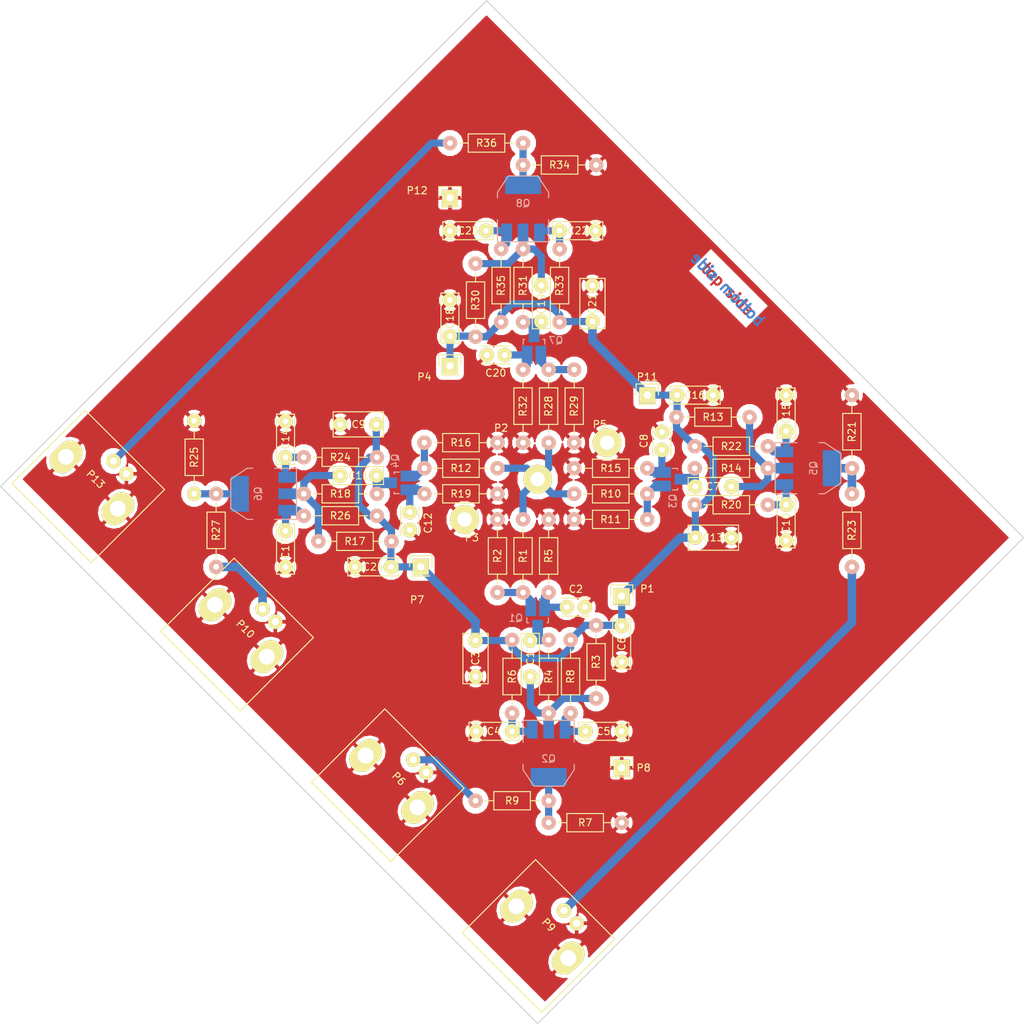
<source format=kicad_pcb>
(kicad_pcb (version 4) (host pcbnew 4.0.1-stable)
  (title_block (title "Zesilovac Papez-Roztocil") (date 2016-02-17) (rev A) (company CVUT))
  (layers (0 F.Cu signal) (31 B.Cu signal) (34 B.Paste user) (35 F.Paste user) (36 B.SilkS user) (37 F.SilkS user) (38 B.Mask user) (39 F.Mask user) (44 Edge.Cuts user))
  (net 0 "")
  (net 1 "Net-(P2-Pad1)")
  (net 2 "Net-(C1-Pad1)")
  (net 3 "Net-(C1-Pad2)")
  (net 4 "Net-(C2-Pad1)")
  (net 5 GND)
  (net 6 VCC)
  (net 7 "Net-(C4-Pad1)")
  (net 8 "Net-(C5-Pad2)")
  (net 9 "Net-(Q1-Pad1)")
  (net 10 "Net-(Q2-Pad4)")
  (net 11 "Net-(C7-Pad1)")
  (net 12 "Net-(C7-Pad2)")
  (net 13 "Net-(C8-Pad1)")
  (net 14 "Net-(C10-Pad1)")
  (net 15 "Net-(C11-Pad1)")
  (net 16 "Net-(C11-Pad2)")
  (net 17 "Net-(C12-Pad1)")
  (net 18 "Net-(C14-Pad1)")
  (net 19 "Net-(C15-Pad2)")
  (net 20 "Net-(C17-Pad2)")
  (net 21 "Net-(C19-Pad1)")
  (net 22 "Net-(C19-Pad2)")
  (net 23 "Net-(C20-Pad1)")
  (net 24 "Net-(C22-Pad1)")
  (net 25 "Net-(C23-Pad2)")
  (net 26 "Net-(P6-Pad1)")
  (net 27 "Net-(P9-Pad1)")
  (net 28 "Net-(P10-Pad1)")
  (net 29 "Net-(P13-Pad1)")
  (net 30 "Net-(Q3-Pad1)")
  (net 31 "Net-(Q4-Pad1)")
  (net 32 "Net-(Q5-Pad4)")
  (net 33 "Net-(Q6-Pad4)")
  (net 34 "Net-(Q7-Pad1)")
  (net 35 "Net-(Q8-Pad4)")
  (module Sockets_BNC:BNC_Socket_TYCO-AMP (layer F.Cu) (at 79.248 85.852 135)
    (fp_text reference P13 (at 0 1.436841 135) (layer F.SilkS))
    (fp_text value BNC)
    (pad 2 thru_hole oval (at -5.09778 0.7366 135) (size 3.50012 5.00126) (drill 2.19964) (layers *.Cu *.Mask F.SilkS) (net 5 GND))
    (pad 2 thru_hole oval (at 5.10032 0.7366 135) (size 3.50012 5.00126) (drill 2.19964) (layers *.Cu *.Mask F.SilkS) (net 5 GND))
    (pad 1 thru_hole circle (at 0 5.00126 135) (size 2 2) (drill 1) (layers *.Cu *.Mask F.SilkS) (net 29 "Net-(P13-Pad1)"))
    (pad 2 thru_hole circle (at -2.49936 5.00126 135) (size 2 2) (drill 1) (layers *.Cu *.Mask F.SilkS) (net 5 GND))
  )
  (module Sockets_BNC:BNC_Socket_TYCO-AMP (layer F.Cu) (at 99.949 106.426 135)
    (fp_text reference P10 (at -0.269408 1.347038 135) (layer F.SilkS))
    (fp_text value BNC)
    (pad 2 thru_hole oval (at -5.09778 0.7366 135) (size 3.50012 5.00126) (drill 2.19964) (layers *.Cu *.Mask F.SilkS) (net 5 GND))
    (pad 2 thru_hole oval (at 5.10032 0.7366 135) (size 3.50012 5.00126) (drill 2.19964) (layers *.Cu *.Mask F.SilkS) (net 5 GND))
    (pad 1 thru_hole circle (at 0 5.00126 135) (size 2 2) (drill 1) (layers *.Cu *.Mask F.SilkS) (net 28 "Net-(P10-Pad1)"))
    (pad 2 thru_hole circle (at -2.49936 5.00126 135) (size 2 2) (drill 1) (layers *.Cu *.Mask F.SilkS) (net 5 GND))
  )
  (module Sockets_BNC:BNC_Socket_TYCO-AMP (layer F.Cu) (at 141.859 148.336 135)
    (fp_text reference P9 (at 0.089803 2.065459 135) (layer F.SilkS))
    (fp_text value BNC)
    (pad 2 thru_hole oval (at -5.09778 0.7366 135) (size 3.50012 5.00126) (drill 2.19964) (layers *.Cu *.Mask F.SilkS) (net 5 GND))
    (pad 2 thru_hole oval (at 5.10032 0.7366 135) (size 3.50012 5.00126) (drill 2.19964) (layers *.Cu *.Mask F.SilkS) (net 5 GND))
    (pad 1 thru_hole circle (at 0 5.00126 135) (size 2 2) (drill 1) (layers *.Cu *.Mask F.SilkS) (net 27 "Net-(P9-Pad1)"))
    (pad 2 thru_hole circle (at -2.49936 5.00126 135) (size 2 2) (drill 1) (layers *.Cu *.Mask F.SilkS) (net 5 GND))
  )
  (module Sockets_BNC:BNC_Socket_TYCO-AMP (layer F.Cu) (at 120.904 127.381 135)
    (fp_text reference P6 (at -0.449013 1.706249 135) (layer F.SilkS))
    (fp_text value BNC)
    (pad 2 thru_hole oval (at -5.09778 0.7366 135) (size 3.50012 5.00126) (drill 2.19964) (layers *.Cu *.Mask F.SilkS) (net 5 GND))
    (pad 2 thru_hole oval (at 5.10032 0.7366 135) (size 3.50012 5.00126) (drill 2.19964) (layers *.Cu *.Mask F.SilkS) (net 5 GND))
    (pad 1 thru_hole circle (at 0 5.00126 135) (size 2 2) (drill 1) (layers *.Cu *.Mask F.SilkS) (net 26 "Net-(P6-Pad1)"))
    (pad 2 thru_hole circle (at -2.49936 5.00126 135) (size 2 2) (drill 1) (layers *.Cu *.Mask F.SilkS) (net 5 GND))
  )
  (module Pin_Headers:Pin_Header_Straight_1x01 (layer F.Cu) (at 151.384 79.756)
    (fp_text reference P5 (at -1.016 -2.54) (layer F.SilkS))
    (fp_text value GND)
    (pad 1 thru_hole circle (at 0 0) (size 4 4) (drill 2) (layers *.Cu *.Mask F.SilkS) (net 5 GND))
  )
  (module Pin_Headers:Pin_Header_Straight_1x01 (layer F.Cu) (at 131.572 90.424)
    (fp_text reference P3 (at 1.016 2.54) (layer F.SilkS))
    (fp_text value GND)
    (pad 1 thru_hole circle (at 0 0) (size 4 4) (drill 2) (layers *.Cu *.Mask F.SilkS) (net 5 GND))
  )
  (module Pin_Headers:Pin_Header_Straight_1x01 (layer F.Cu) (at 141.732 84.836)
    (fp_text reference P2 (at -5.08 -7.112) (layer F.SilkS))
    (fp_text value INPUT)
    (pad 1 thru_hole circle (at 0 0) (size 4 4) (drill 2) (layers *.Cu *.Mask F.SilkS) (net 1 "Net-(P2-Pad1)"))
  )
  (module Capacitors_ThroughHole:C_Rect_L7_W2.5_P5 (layer F.Cu) (at 176.276 88.392 270)
    (fp_text reference C10 (at 2.54 0 270) (layer F.SilkS))
    (fp_text value 1k2)
    (pad 1 thru_hole circle (at 0 0 270) (size 2 2) (drill 0.8) (layers *.Cu *.Mask F.SilkS) (net 14 "Net-(C10-Pad1)"))
    (pad 2 thru_hole circle (at 5 0 270) (size 2 2) (drill 0.8) (layers *.Cu *.Mask F.SilkS) (net 5 GND))
  )
  (module Capacitors_ThroughHole:C_Rect_L7_W3.5_P5 (layer F.Cu) (at 114.3 77.216)
    (fp_text reference C9 (at 2.54 0) (layer F.SilkS))
    (fp_text value 1M)
    (pad 1 thru_hole circle (at 0 0) (size 2 2) (drill 0.8) (layers *.Cu *.Mask F.SilkS) (net 5 GND))
    (pad 2 thru_hole circle (at 5 0) (size 2 2) (drill 0.8) (layers *.Cu *.Mask F.SilkS) (net 6 VCC))
  )
  (module Capacitors_ThroughHole:C_Rect_L4_W2.5_P2.5 (layer F.Cu) (at 159.004 80.772 90)
    (fp_text reference C8 (at 1.25 -2.5 90) (layer F.SilkS))
    (fp_text value 220p)
    (pad 1 thru_hole circle (at 0 0 90) (size 2 2) (drill 0.8) (layers *.Cu *.Mask F.SilkS) (net 13 "Net-(C8-Pad1)"))
    (pad 2 thru_hole circle (at 2.5 0 90) (size 2 2) (drill 0.8) (layers *.Cu *.Mask F.SilkS) (net 5 GND))
  )
  (module Capacitors_ThroughHole:C_Rect_L7_W2.5_P5 (layer F.Cu) (at 168.656 85.852 180)
    (fp_text reference C7 (at 2.54 0 180) (layer F.SilkS))
    (fp_text value 220p)
    (pad 1 thru_hole circle (at 0 0 180) (size 2 2) (drill 0.8) (layers *.Cu *.Mask F.SilkS) (net 11 "Net-(C7-Pad1)"))
    (pad 2 thru_hole circle (at 5 0 180) (size 2 2) (drill 0.8) (layers *.Cu *.Mask F.SilkS) (net 12 "Net-(C7-Pad2)"))
  )
  (module Capacitors_ThroughHole:C_Rect_L7_W2.5_P5 (layer F.Cu) (at 140.716 112.268 90)
    (fp_text reference C1 (at 2.54 0 90) (layer F.SilkS))
    (fp_text value 220p)
    (pad 1 thru_hole circle (at 0 0 90) (size 2 2) (drill 0.8) (layers *.Cu *.Mask F.SilkS) (net 2 "Net-(C1-Pad1)"))
    (pad 2 thru_hole circle (at 5 0 90) (size 2 2) (drill 0.8) (layers *.Cu *.Mask F.SilkS) (net 3 "Net-(C1-Pad2)"))
  )
  (module Resistors_ThroughHole:Resistor_Horizontal_RM10mm (layer F.Cu) (at 148.336 132.588)
    (fp_text reference R7 (at 0 0) (layer F.SilkS))
    (fp_text value 120R)
    (pad 1 thru_hole circle (at -5.08 0) (size 1.99898 1.99898) (drill 0.8) (layers *.Cu *.SilkS *.Mask) (net 10 "Net-(Q2-Pad4)"))
    (pad 2 thru_hole circle (at 5.08 0) (size 1.99898 1.99898) (drill 0.8) (layers *.Cu *.SilkS *.Mask) (net 5 GND))
  )
  (module Capacitors_ThroughHole:C_Rect_L7_W2.5_P5 (layer F.Cu) (at 153.416 110.236 90)
    (fp_text reference C6 (at 2.54 0 90) (layer F.SilkS))
    (fp_text value 100p)
    (pad 1 thru_hole circle (at 0 0 90) (size 2 2) (drill 0.8) (layers *.Cu *.Mask F.SilkS) (net 5 GND))
    (pad 2 thru_hole circle (at 5 0 90) (size 2 2) (drill 0.8) (layers *.Cu *.Mask F.SilkS) (net 6 VCC))
  )
  (module Capacitors_ThroughHole:C_Rect_L7_W2.5_P5 (layer F.Cu) (at 153.416 119.888 180)
    (fp_text reference C5 (at 2.54 0 180) (layer F.SilkS))
    (fp_text value 1k)
    (pad 1 thru_hole circle (at 0 0 180) (size 2 2) (drill 0.8) (layers *.Cu *.Mask F.SilkS) (net 5 GND))
    (pad 2 thru_hole circle (at 5 0 180) (size 2 2) (drill 0.8) (layers *.Cu *.Mask F.SilkS) (net 8 "Net-(C5-Pad2)"))
  )
  (module Capacitors_ThroughHole:C_Rect_L7_W3.5_P5 (layer F.Cu) (at 133.096 112.268 90)
    (fp_text reference C3 (at 2.54 0 90) (layer F.SilkS))
    (fp_text value 1M)
    (pad 1 thru_hole circle (at 0 0 90) (size 2 2) (drill 0.8) (layers *.Cu *.Mask F.SilkS) (net 5 GND))
    (pad 2 thru_hole circle (at 5 0 90) (size 2 2) (drill 0.8) (layers *.Cu *.Mask F.SilkS) (net 6 VCC))
  )
  (module Capacitors_ThroughHole:C_Rect_L4_W2.5_P2.5 (layer F.Cu) (at 145.796 102.616)
    (fp_text reference C2 (at 1.25 -2.5) (layer F.SilkS))
    (fp_text value 220p)
    (pad 1 thru_hole circle (at 0 0) (size 2 2) (drill 0.8) (layers *.Cu *.Mask F.SilkS) (net 4 "Net-(C2-Pad1)"))
    (pad 2 thru_hole circle (at 2.5 0) (size 2 2) (drill 0.8) (layers *.Cu *.Mask F.SilkS) (net 5 GND))
  )
  (module Capacitors_ThroughHole:C_Rect_L7_W2.5_P5 (layer F.Cu) (at 138.176 119.888 180)
    (fp_text reference C4 (at 2.54 0 180) (layer F.SilkS))
    (fp_text value 1k2)
    (pad 1 thru_hole circle (at 0 0 180) (size 2 2) (drill 0.8) (layers *.Cu *.Mask F.SilkS) (net 7 "Net-(C4-Pad1)"))
    (pad 2 thru_hole circle (at 5 0 180) (size 2 2) (drill 0.8) (layers *.Cu *.Mask F.SilkS) (net 5 GND))
  )
  (module TO_SOT_Packages_SMD:SOT-23_Handsoldering (layer B.Cu) (at 141.732 104.14)
    (fp_text reference Q1 (at -3.048 0) (layer B.SilkS) (effects (justify mirror)))
    (fp_text value BFR92)
    (pad 1 smd rect (at -0.95 -1.50114) (size 1.5 2.5) (layers B.Cu B.Paste B.Mask) (net 9 "Net-(Q1-Pad1)"))
    (pad 2 smd rect (at 0.95 -1.50114) (size 1.5 2.5) (layers B.Cu B.Paste B.Mask) (net 4 "Net-(C2-Pad1)"))
    (pad 3 smd rect (at 0 1.50114) (size 1.5 2.5) (layers B.Cu B.Paste B.Mask) (net 3 "Net-(C1-Pad2)"))
  )
  (module Resistors_ThroughHole:Resistor_Horizontal_RM10mm (layer F.Cu) (at 138.176 129.54)
    (fp_text reference R9 (at 0 0) (layer F.SilkS))
    (fp_text value 10R)
    (pad 1 thru_hole circle (at -5.08 0) (size 1.99898 1.99898) (drill 0.8) (layers *.Cu *.SilkS *.Mask) (net 26 "Net-(P6-Pad1)"))
    (pad 2 thru_hole circle (at 5.08 0) (size 1.99898 1.99898) (drill 0.8) (layers *.Cu *.SilkS *.Mask) (net 10 "Net-(Q2-Pad4)"))
  )
  (module Resistors_ThroughHole:Resistor_Horizontal_RM10mm (layer F.Cu) (at 146.304 112.268 270)
    (fp_text reference R8 (at 0 0 270) (layer F.SilkS))
    (fp_text value 12R)
    (pad 1 thru_hole circle (at -5.08 0 270) (size 1.99898 1.99898) (drill 0.8) (layers *.Cu *.SilkS *.Mask) (net 6 VCC))
    (pad 2 thru_hole circle (at 5.08 0 270) (size 1.99898 1.99898) (drill 0.8) (layers *.Cu *.SilkS *.Mask) (net 8 "Net-(C5-Pad2)"))
  )
  (module Resistors_ThroughHole:Resistor_Horizontal_RM10mm (layer F.Cu) (at 138.176 112.268 270)
    (fp_text reference R6 (at 0 0 270) (layer F.SilkS))
    (fp_text value 12R)
    (pad 1 thru_hole circle (at -5.08 0 270) (size 1.99898 1.99898) (drill 0.8) (layers *.Cu *.SilkS *.Mask) (net 6 VCC))
    (pad 2 thru_hole circle (at 5.08 0 270) (size 1.99898 1.99898) (drill 0.8) (layers *.Cu *.SilkS *.Mask) (net 7 "Net-(C4-Pad1)"))
  )
  (module Resistors_ThroughHole:Resistor_Horizontal_RM10mm (layer F.Cu) (at 143.256 95.504 90)
    (fp_text reference R5 (at 0 0 90) (layer F.SilkS))
    (fp_text value 47R)
    (pad 1 thru_hole circle (at -5.08 0 90) (size 1.99898 1.99898) (drill 0.8) (layers *.Cu *.SilkS *.Mask) (net 4 "Net-(C2-Pad1)"))
    (pad 2 thru_hole circle (at 5.08 0 90) (size 1.99898 1.99898) (drill 0.8) (layers *.Cu *.SilkS *.Mask) (net 5 GND))
  )
  (module Resistors_ThroughHole:Resistor_Horizontal_RM10mm (layer F.Cu) (at 143.256 112.268 90)
    (fp_text reference R4 (at 0 0 90) (layer F.SilkS))
    (fp_text value 100R)
    (pad 1 thru_hole circle (at -5.08 0 90) (size 1.99898 1.99898) (drill 0.8) (layers *.Cu *.SilkS *.Mask) (net 2 "Net-(C1-Pad1)"))
    (pad 2 thru_hole circle (at 5.08 0 90) (size 1.99898 1.99898) (drill 0.8) (layers *.Cu *.SilkS *.Mask) (net 3 "Net-(C1-Pad2)"))
  )
  (module Resistors_ThroughHole:Resistor_Horizontal_RM10mm (layer F.Cu) (at 149.86 110.236 270)
    (fp_text reference R3 (at 0 0 270) (layer F.SilkS))
    (fp_text value 154R)
    (pad 1 thru_hole circle (at -5.08 0 270) (size 1.99898 1.99898) (drill 0.8) (layers *.Cu *.SilkS *.Mask) (net 6 VCC))
    (pad 2 thru_hole circle (at 5.08 0 270) (size 1.99898 1.99898) (drill 0.8) (layers *.Cu *.SilkS *.Mask) (net 2 "Net-(C1-Pad1)"))
  )
  (module TO_SOT_Packages_SMD:SOT-223 (layer B.Cu) (at 143.256 122.936)
    (fp_text reference Q2 (at 0 0.762) (layer B.SilkS) (effects (justify mirror)))
    (fp_text value BFG31)
    (pad 4 smd rect (at 0 3.302) (size 5 2.5) (layers B.Cu B.Paste B.Mask) (net 10 "Net-(Q2-Pad4)"))
    (pad 2 smd rect (at 0 -3.302) (size 1.5 2.5) (layers B.Cu B.Paste B.Mask) (net 2 "Net-(C1-Pad1)"))
    (pad 3 smd rect (at 2.286 -3.302) (size 1.5 2.5) (layers B.Cu B.Paste B.Mask) (net 8 "Net-(C5-Pad2)"))
    (pad 1 smd rect (at -2.286 -3.302) (size 1.5 2.5) (layers B.Cu B.Paste B.Mask) (net 7 "Net-(C4-Pad1)"))
  )
  (module Resistors_ThroughHole:Resistor_Horizontal_RM10mm (layer F.Cu) (at 136.144 95.504 90)
    (fp_text reference R2 (at 0 0 90) (layer F.SilkS))
    (fp_text value 220R)
    (pad 1 thru_hole circle (at -5.08 0 90) (size 1.99898 1.99898) (drill 0.8) (layers *.Cu *.SilkS *.Mask) (net 9 "Net-(Q1-Pad1)"))
    (pad 2 thru_hole circle (at 5.08 0 90) (size 1.99898 1.99898) (drill 0.8) (layers *.Cu *.SilkS *.Mask) (net 5 GND))
  )
  (module Resistors_ThroughHole:Resistor_Horizontal_RM10mm (layer F.Cu) (at 139.7 95.504 90)
    (fp_text reference R1 (at 0 0 90) (layer F.SilkS))
    (fp_text value 120R)
    (pad 1 thru_hole circle (at -5.08 0 90) (size 1.99898 1.99898) (drill 0.8) (layers *.Cu *.SilkS *.Mask) (net 9 "Net-(Q1-Pad1)"))
    (pad 2 thru_hole circle (at 5.08 0 90) (size 1.99898 1.99898) (drill 0.8) (layers *.Cu *.SilkS *.Mask) (net 1 "Net-(P2-Pad1)"))
  )
  (module Pin_Headers:Pin_Header_Straight_1x01 (layer F.Cu) (at 153.416 101.092)
    (fp_text reference P1 (at 3.556 -1.016) (layer F.SilkS))
    (fp_text value VDD)
    (pad 1 thru_hole rect (at 0 0) (size 2.2352 2.2352) (drill 1.016) (layers *.Cu *.Mask F.SilkS) (net 6 VCC))
  )
  (module Capacitors_ThroughHole:C_Rect_L7_W2.5_P5 (layer F.Cu) (at 114.3 84.328)
    (fp_text reference C11 (at 2.54 0) (layer F.SilkS))
    (fp_text value 220p)
    (pad 1 thru_hole circle (at 0 0) (size 2 2) (drill 0.8) (layers *.Cu *.Mask F.SilkS) (net 15 "Net-(C11-Pad1)"))
    (pad 2 thru_hole circle (at 5 0) (size 2 2) (drill 0.8) (layers *.Cu *.Mask F.SilkS) (net 16 "Net-(C11-Pad2)"))
  )
  (module Capacitors_ThroughHole:C_Rect_L4_W2.5_P2.5 (layer F.Cu) (at 123.952 89.408 270)
    (fp_text reference C12 (at 1.524 -2.54 270) (layer F.SilkS))
    (fp_text value 220p)
    (pad 1 thru_hole circle (at 0 0 270) (size 2 2) (drill 0.8) (layers *.Cu *.Mask F.SilkS) (net 17 "Net-(C12-Pad1)"))
    (pad 2 thru_hole circle (at 2.5 0 270) (size 2 2) (drill 0.8) (layers *.Cu *.Mask F.SilkS) (net 5 GND))
  )
  (module Capacitors_ThroughHole:C_Rect_L7_W3.5_P5 (layer F.Cu) (at 168.656 92.964 180)
    (fp_text reference C13 (at 2.54 0 180) (layer F.SilkS))
    (fp_text value 1M)
    (pad 1 thru_hole circle (at 0 0 180) (size 2 2) (drill 0.8) (layers *.Cu *.Mask F.SilkS) (net 5 GND))
    (pad 2 thru_hole circle (at 5 0 180) (size 2 2) (drill 0.8) (layers *.Cu *.Mask F.SilkS) (net 6 VCC))
  )
  (module Capacitors_ThroughHole:C_Rect_L7_W2.5_P5 (layer F.Cu) (at 106.68 81.788 90)
    (fp_text reference C14 (at 2.54 0 90) (layer F.SilkS))
    (fp_text value 1k2)
    (pad 1 thru_hole circle (at 0 0 90) (size 2 2) (drill 0.8) (layers *.Cu *.Mask F.SilkS) (net 18 "Net-(C14-Pad1)"))
    (pad 2 thru_hole circle (at 5 0 90) (size 2 2) (drill 0.8) (layers *.Cu *.Mask F.SilkS) (net 5 GND))
  )
  (module Capacitors_ThroughHole:C_Rect_L7_W2.5_P5 (layer F.Cu) (at 176.276 73.152 270)
    (fp_text reference C15 (at 2.54 0 270) (layer F.SilkS))
    (fp_text value 1k)
    (pad 1 thru_hole circle (at 0 0 270) (size 2 2) (drill 0.8) (layers *.Cu *.Mask F.SilkS) (net 5 GND))
    (pad 2 thru_hole circle (at 5 0 270) (size 2 2) (drill 0.8) (layers *.Cu *.Mask F.SilkS) (net 19 "Net-(C15-Pad2)"))
  )
  (module Capacitors_ThroughHole:C_Rect_L7_W2.5_P5 (layer F.Cu) (at 166.116 73.152 180)
    (fp_text reference C16 (at 2.54 0 180) (layer F.SilkS))
    (fp_text value 100p)
    (pad 1 thru_hole circle (at 0 0 180) (size 2 2) (drill 0.8) (layers *.Cu *.Mask F.SilkS) (net 5 GND))
    (pad 2 thru_hole circle (at 5 0 180) (size 2 2) (drill 0.8) (layers *.Cu *.Mask F.SilkS) (net 6 VCC))
  )
  (module Capacitors_ThroughHole:C_Rect_L7_W2.5_P5 (layer F.Cu) (at 106.68 97.028 90)
    (fp_text reference C17 (at 2.54 0 90) (layer F.SilkS))
    (fp_text value 1k)
    (pad 1 thru_hole circle (at 0 0 90) (size 2 2) (drill 0.8) (layers *.Cu *.Mask F.SilkS) (net 5 GND))
    (pad 2 thru_hole circle (at 5 0 90) (size 2 2) (drill 0.8) (layers *.Cu *.Mask F.SilkS) (net 20 "Net-(C17-Pad2)"))
  )
  (module Capacitors_ThroughHole:C_Rect_L7_W2.5_P5 (layer F.Cu) (at 129.54 59.944 270)
    (fp_text reference C18 (at 2.54 0 270) (layer F.SilkS))
    (fp_text value 100p)
    (pad 1 thru_hole circle (at 0 0 270) (size 2 2) (drill 0.8) (layers *.Cu *.Mask F.SilkS) (net 5 GND))
    (pad 2 thru_hole circle (at 5 0 270) (size 2 2) (drill 0.8) (layers *.Cu *.Mask F.SilkS) (net 6 VCC))
  )
  (module Capacitors_ThroughHole:C_Rect_L7_W2.5_P5 (layer F.Cu) (at 142.24 57.912 270)
    (fp_text reference C19 (at 2.54 0 270) (layer F.SilkS))
    (fp_text value 220p)
    (pad 1 thru_hole circle (at 0 0 270) (size 2 2) (drill 0.8) (layers *.Cu *.Mask F.SilkS) (net 21 "Net-(C19-Pad1)"))
    (pad 2 thru_hole circle (at 5 0 270) (size 2 2) (drill 0.8) (layers *.Cu *.Mask F.SilkS) (net 22 "Net-(C19-Pad2)"))
  )
  (module Capacitors_ThroughHole:C_Rect_L4_W2.5_P2.5 (layer F.Cu) (at 137.16 67.564 180)
    (fp_text reference C20 (at 1.25 -2.5 180) (layer F.SilkS))
    (fp_text value 220p)
    (pad 1 thru_hole circle (at 0 0 180) (size 2 2) (drill 0.8) (layers *.Cu *.Mask F.SilkS) (net 23 "Net-(C20-Pad1)"))
    (pad 2 thru_hole circle (at 2.5 0 180) (size 2 2) (drill 0.8) (layers *.Cu *.Mask F.SilkS) (net 5 GND))
  )
  (module Capacitors_ThroughHole:C_Rect_L7_W3.5_P5 (layer F.Cu) (at 149.352 57.912 270)
    (fp_text reference C21 (at 2.54 0 270) (layer F.SilkS))
    (fp_text value 1M)
    (pad 1 thru_hole circle (at 0 0 270) (size 2 2) (drill 0.8) (layers *.Cu *.Mask F.SilkS) (net 5 GND))
    (pad 2 thru_hole circle (at 5 0 270) (size 2 2) (drill 0.8) (layers *.Cu *.Mask F.SilkS) (net 6 VCC))
  )
  (module Capacitors_ThroughHole:C_Rect_L7_W2.5_P5 (layer F.Cu) (at 144.78 50.292)
    (fp_text reference C22 (at 2.54 0) (layer F.SilkS))
    (fp_text value 1k2)
    (pad 1 thru_hole circle (at 0 0) (size 2 2) (drill 0.8) (layers *.Cu *.Mask F.SilkS) (net 24 "Net-(C22-Pad1)"))
    (pad 2 thru_hole circle (at 5 0) (size 2 2) (drill 0.8) (layers *.Cu *.Mask F.SilkS) (net 5 GND))
  )
  (module Capacitors_ThroughHole:C_Rect_L7_W2.5_P5 (layer F.Cu) (at 129.54 50.292)
    (fp_text reference C23 (at 2.54 0) (layer F.SilkS))
    (fp_text value 1k)
    (pad 1 thru_hole circle (at 0 0) (size 2 2) (drill 0.8) (layers *.Cu *.Mask F.SilkS) (net 5 GND))
    (pad 2 thru_hole circle (at 5 0) (size 2 2) (drill 0.8) (layers *.Cu *.Mask F.SilkS) (net 25 "Net-(C23-Pad2)"))
  )
  (module Capacitors_ThroughHole:C_Rect_L7_W2.5_P5 (layer F.Cu) (at 116.332 97.028)
    (fp_text reference C24 (at 2.54 0) (layer F.SilkS))
    (fp_text value 100p)
    (pad 1 thru_hole circle (at 0 0) (size 2 2) (drill 0.8) (layers *.Cu *.Mask F.SilkS) (net 5 GND))
    (pad 2 thru_hole circle (at 5 0) (size 2 2) (drill 0.8) (layers *.Cu *.Mask F.SilkS) (net 6 VCC))
  )
  (module Pin_Headers:Pin_Header_Straight_1x01 (layer F.Cu) (at 129.54 69.088)
    (fp_text reference P4 (at -3.556 1.524) (layer F.SilkS))
    (fp_text value VDD)
    (pad 1 thru_hole rect (at 0 0) (size 2.2352 2.2352) (drill 1.016) (layers *.Cu *.Mask F.SilkS) (net 6 VCC))
  )
  (module Pin_Headers:Pin_Header_Straight_1x01 (layer F.Cu) (at 125.476 97.028)
    (fp_text reference P7 (at -0.508 4.572) (layer F.SilkS))
    (fp_text value VDD)
    (pad 1 thru_hole rect (at 0 0) (size 2.2352 2.2352) (drill 1.016) (layers *.Cu *.Mask F.SilkS) (net 6 VCC))
  )
  (module Pin_Headers:Pin_Header_Straight_1x01 (layer F.Cu) (at 153.416 124.968)
    (fp_text reference P8 (at 3.048 0) (layer F.SilkS))
    (fp_text value GND)
    (pad 1 thru_hole rect (at 0 0) (size 2.2352 2.2352) (drill 1.016) (layers *.Cu *.Mask F.SilkS) (net 5 GND))
  )
  (module Pin_Headers:Pin_Header_Straight_1x01 (layer F.Cu) (at 156.972 73.152)
    (fp_text reference P11 (at 0 -2.54) (layer F.SilkS))
    (fp_text value VDD)
    (pad 1 thru_hole rect (at 0 0) (size 2.2352 2.2352) (drill 1.016) (layers *.Cu *.Mask F.SilkS) (net 6 VCC))
  )
  (module Pin_Headers:Pin_Header_Straight_1x01 (layer F.Cu) (at 129.54 45.72)
    (fp_text reference P12 (at -4.572 -1.016) (layer F.SilkS))
    (fp_text value GND)
    (pad 1 thru_hole rect (at 0 0) (size 2.2352 2.2352) (drill 1.016) (layers *.Cu *.Mask F.SilkS) (net 5 GND))
  )
  (module TO_SOT_Packages_SMD:SOT-23_Handsoldering (layer B.Cu) (at 160.528 84.836 90)
    (fp_text reference Q3 (at -3.048 0 90) (layer B.SilkS) (effects (justify mirror)))
    (fp_text value BFR92)
    (pad 1 smd rect (at -0.95 -1.50114 90) (size 1.5 2.5) (layers B.Cu B.Paste B.Mask) (net 30 "Net-(Q3-Pad1)"))
    (pad 2 smd rect (at 0.95 -1.50114 90) (size 1.5 2.5) (layers B.Cu B.Paste B.Mask) (net 13 "Net-(C8-Pad1)"))
    (pad 3 smd rect (at 0 1.50114 90) (size 1.5 2.5) (layers B.Cu B.Paste B.Mask) (net 12 "Net-(C7-Pad2)"))
  )
  (module TO_SOT_Packages_SMD:SOT-23_Handsoldering (layer B.Cu) (at 122.428 85.344 270)
    (fp_text reference Q4 (at -3.048 0.508 450) (layer B.SilkS) (effects (justify mirror)))
    (fp_text value BFR92)
    (pad 1 smd rect (at -0.95 -1.50114 270) (size 1.5 2.5) (layers B.Cu B.Paste B.Mask) (net 31 "Net-(Q4-Pad1)"))
    (pad 2 smd rect (at 0.95 -1.50114 270) (size 1.5 2.5) (layers B.Cu B.Paste B.Mask) (net 17 "Net-(C12-Pad1)"))
    (pad 3 smd rect (at 0 1.50114 270) (size 1.5 2.5) (layers B.Cu B.Paste B.Mask) (net 16 "Net-(C11-Pad2)"))
  )
  (module TO_SOT_Packages_SMD:SOT-223 (layer B.Cu) (at 179.324 83.312 90)
    (fp_text reference Q5 (at 0 0.762 90) (layer B.SilkS) (effects (justify mirror)))
    (fp_text value BFG31)
    (pad 4 smd rect (at 0 3.302 90) (size 5 2.5) (layers B.Cu B.Paste B.Mask) (net 32 "Net-(Q5-Pad4)"))
    (pad 2 smd rect (at 0 -3.302 90) (size 1.5 2.5) (layers B.Cu B.Paste B.Mask) (net 11 "Net-(C7-Pad1)"))
    (pad 3 smd rect (at 2.286 -3.302 90) (size 1.5 2.5) (layers B.Cu B.Paste B.Mask) (net 19 "Net-(C15-Pad2)"))
    (pad 1 smd rect (at -2.286 -3.302 90) (size 1.5 2.5) (layers B.Cu B.Paste B.Mask) (net 14 "Net-(C10-Pad1)"))
  )
  (module TO_SOT_Packages_SMD:SOT-223 (layer B.Cu) (at 103.632 86.868 270)
    (fp_text reference Q6 (at 0 0.762 270) (layer B.SilkS) (effects (justify mirror)))
    (fp_text value BFG31)
    (pad 4 smd rect (at 0 3.302 270) (size 5 2.5) (layers B.Cu B.Paste B.Mask) (net 33 "Net-(Q6-Pad4)"))
    (pad 2 smd rect (at 0 -3.302 270) (size 1.5 2.5) (layers B.Cu B.Paste B.Mask) (net 15 "Net-(C11-Pad1)"))
    (pad 3 smd rect (at 2.286 -3.302 270) (size 1.5 2.5) (layers B.Cu B.Paste B.Mask) (net 20 "Net-(C17-Pad2)"))
    (pad 1 smd rect (at -2.286 -3.302 270) (size 1.5 2.5) (layers B.Cu B.Paste B.Mask) (net 18 "Net-(C14-Pad1)"))
  )
  (module TO_SOT_Packages_SMD:SOT-23_Handsoldering (layer B.Cu) (at 141.224 66.04 180)
    (fp_text reference Q7 (at -3.048 0.508 180) (layer B.SilkS) (effects (justify mirror)))
    (fp_text value BFR92)
    (pad 1 smd rect (at -0.95 -1.50114 180) (size 1.5 2.5) (layers B.Cu B.Paste B.Mask) (net 34 "Net-(Q7-Pad1)"))
    (pad 2 smd rect (at 0.95 -1.50114 180) (size 1.5 2.5) (layers B.Cu B.Paste B.Mask) (net 23 "Net-(C20-Pad1)"))
    (pad 3 smd rect (at 0 1.50114 180) (size 1.5 2.5) (layers B.Cu B.Paste B.Mask) (net 22 "Net-(C19-Pad2)"))
  )
  (module TO_SOT_Packages_SMD:SOT-223 (layer B.Cu) (at 139.7 47.244 180)
    (fp_text reference Q8 (at 0 0.762 180) (layer B.SilkS) (effects (justify mirror)))
    (fp_text value BFG31)
    (pad 4 smd rect (at 0 3.302 180) (size 5 2.5) (layers B.Cu B.Paste B.Mask) (net 35 "Net-(Q8-Pad4)"))
    (pad 2 smd rect (at 0 -3.302 180) (size 1.5 2.5) (layers B.Cu B.Paste B.Mask) (net 21 "Net-(C19-Pad1)"))
    (pad 3 smd rect (at 2.286 -3.302 180) (size 1.5 2.5) (layers B.Cu B.Paste B.Mask) (net 25 "Net-(C23-Pad2)"))
    (pad 1 smd rect (at -2.286 -3.302 180) (size 1.5 2.5) (layers B.Cu B.Paste B.Mask) (net 24 "Net-(C22-Pad1)"))
  )
  (module Resistors_ThroughHole:Resistor_Horizontal_RM10mm (layer F.Cu) (at 151.892 86.868 180)
    (fp_text reference R10 (at 0 0 180) (layer F.SilkS))
    (fp_text value 120R)
    (pad 1 thru_hole circle (at -5.08 0 180) (size 1.99898 1.99898) (drill 0.8) (layers *.Cu *.SilkS *.Mask) (net 30 "Net-(Q3-Pad1)"))
    (pad 2 thru_hole circle (at 5.08 0 180) (size 1.99898 1.99898) (drill 0.8) (layers *.Cu *.SilkS *.Mask) (net 1 "Net-(P2-Pad1)"))
  )
  (module Resistors_ThroughHole:Resistor_Horizontal_RM10mm (layer F.Cu) (at 151.892 90.424 180)
    (fp_text reference R11 (at 0 0 180) (layer F.SilkS))
    (fp_text value 220R)
    (pad 1 thru_hole circle (at -5.08 0 180) (size 1.99898 1.99898) (drill 0.8) (layers *.Cu *.SilkS *.Mask) (net 30 "Net-(Q3-Pad1)"))
    (pad 2 thru_hole circle (at 5.08 0 180) (size 1.99898 1.99898) (drill 0.8) (layers *.Cu *.SilkS *.Mask) (net 5 GND))
  )
  (module Resistors_ThroughHole:Resistor_Horizontal_RM10mm (layer F.Cu) (at 131.064 83.312)
    (fp_text reference R12 (at 0 0) (layer F.SilkS))
    (fp_text value 120R)
    (pad 1 thru_hole circle (at -5.08 0) (size 1.99898 1.99898) (drill 0.8) (layers *.Cu *.SilkS *.Mask) (net 31 "Net-(Q4-Pad1)"))
    (pad 2 thru_hole circle (at 5.08 0) (size 1.99898 1.99898) (drill 0.8) (layers *.Cu *.SilkS *.Mask) (net 1 "Net-(P2-Pad1)"))
  )
  (module Resistors_ThroughHole:Resistor_Horizontal_RM10mm (layer F.Cu) (at 166.116 76.2)
    (fp_text reference R13 (at 0 0) (layer F.SilkS))
    (fp_text value 154R)
    (pad 1 thru_hole circle (at -5.08 0) (size 1.99898 1.99898) (drill 0.8) (layers *.Cu *.SilkS *.Mask) (net 6 VCC))
    (pad 2 thru_hole circle (at 5.08 0) (size 1.99898 1.99898) (drill 0.8) (layers *.Cu *.SilkS *.Mask) (net 11 "Net-(C7-Pad1)"))
  )
  (module Resistors_ThroughHole:Resistor_Horizontal_RM10mm (layer F.Cu) (at 168.656 83.312 180)
    (fp_text reference R14 (at 0 0 180) (layer F.SilkS))
    (fp_text value 100R)
    (pad 1 thru_hole circle (at -5.08 0 180) (size 1.99898 1.99898) (drill 0.8) (layers *.Cu *.SilkS *.Mask) (net 11 "Net-(C7-Pad1)"))
    (pad 2 thru_hole circle (at 5.08 0 180) (size 1.99898 1.99898) (drill 0.8) (layers *.Cu *.SilkS *.Mask) (net 12 "Net-(C7-Pad2)"))
  )
  (module Resistors_ThroughHole:Resistor_Horizontal_RM10mm (layer F.Cu) (at 151.892 83.312 180)
    (fp_text reference R15 (at 0 0 180) (layer F.SilkS))
    (fp_text value 47R)
    (pad 1 thru_hole circle (at -5.08 0 180) (size 1.99898 1.99898) (drill 0.8) (layers *.Cu *.SilkS *.Mask) (net 13 "Net-(C8-Pad1)"))
    (pad 2 thru_hole circle (at 5.08 0 180) (size 1.99898 1.99898) (drill 0.8) (layers *.Cu *.SilkS *.Mask) (net 5 GND))
  )
  (module Resistors_ThroughHole:Resistor_Horizontal_RM10mm (layer F.Cu) (at 131.064 79.756)
    (fp_text reference R16 (at 0 0) (layer F.SilkS))
    (fp_text value 220R)
    (pad 1 thru_hole circle (at -5.08 0) (size 1.99898 1.99898) (drill 0.8) (layers *.Cu *.SilkS *.Mask) (net 31 "Net-(Q4-Pad1)"))
    (pad 2 thru_hole circle (at 5.08 0) (size 1.99898 1.99898) (drill 0.8) (layers *.Cu *.SilkS *.Mask) (net 5 GND))
  )
  (module Resistors_ThroughHole:Resistor_Horizontal_RM10mm (layer F.Cu) (at 116.332 93.472 180)
    (fp_text reference R17 (at 0 0 180) (layer F.SilkS))
    (fp_text value 154R)
    (pad 1 thru_hole circle (at -5.08 0 180) (size 1.99898 1.99898) (drill 0.8) (layers *.Cu *.SilkS *.Mask) (net 6 VCC))
    (pad 2 thru_hole circle (at 5.08 0 180) (size 1.99898 1.99898) (drill 0.8) (layers *.Cu *.SilkS *.Mask) (net 15 "Net-(C11-Pad1)"))
  )
  (module Resistors_ThroughHole:Resistor_Horizontal_RM10mm (layer F.Cu) (at 114.3 86.868)
    (fp_text reference R18 (at 0 0) (layer F.SilkS))
    (fp_text value 100R)
    (pad 1 thru_hole circle (at -5.08 0) (size 1.99898 1.99898) (drill 0.8) (layers *.Cu *.SilkS *.Mask) (net 15 "Net-(C11-Pad1)"))
    (pad 2 thru_hole circle (at 5.08 0) (size 1.99898 1.99898) (drill 0.8) (layers *.Cu *.SilkS *.Mask) (net 16 "Net-(C11-Pad2)"))
  )
  (module Resistors_ThroughHole:Resistor_Horizontal_RM10mm (layer F.Cu) (at 131.064 86.868)
    (fp_text reference R19 (at 0 0) (layer F.SilkS))
    (fp_text value 47R)
    (pad 1 thru_hole circle (at -5.08 0) (size 1.99898 1.99898) (drill 0.8) (layers *.Cu *.SilkS *.Mask) (net 17 "Net-(C12-Pad1)"))
    (pad 2 thru_hole circle (at 5.08 0) (size 1.99898 1.99898) (drill 0.8) (layers *.Cu *.SilkS *.Mask) (net 5 GND))
  )
  (module Resistors_ThroughHole:Resistor_Horizontal_RM10mm (layer F.Cu) (at 168.656 88.392)
    (fp_text reference R20 (at 0 0) (layer F.SilkS))
    (fp_text value 12R)
    (pad 1 thru_hole circle (at -5.08 0) (size 1.99898 1.99898) (drill 0.8) (layers *.Cu *.SilkS *.Mask) (net 6 VCC))
    (pad 2 thru_hole circle (at 5.08 0) (size 1.99898 1.99898) (drill 0.8) (layers *.Cu *.SilkS *.Mask) (net 14 "Net-(C10-Pad1)"))
  )
  (module Resistors_ThroughHole:Resistor_Horizontal_RM10mm (layer F.Cu) (at 185.42 78.232 90)
    (fp_text reference R21 (at 0 0 90) (layer F.SilkS))
    (fp_text value 120R)
    (pad 1 thru_hole circle (at -5.08 0 90) (size 1.99898 1.99898) (drill 0.8) (layers *.Cu *.SilkS *.Mask) (net 32 "Net-(Q5-Pad4)"))
    (pad 2 thru_hole circle (at 5.08 0 90) (size 1.99898 1.99898) (drill 0.8) (layers *.Cu *.SilkS *.Mask) (net 5 GND))
  )
  (module Resistors_ThroughHole:Resistor_Horizontal_RM10mm (layer F.Cu) (at 168.656 80.264)
    (fp_text reference R22 (at 0 0) (layer F.SilkS))
    (fp_text value 12R)
    (pad 1 thru_hole circle (at -5.08 0) (size 1.99898 1.99898) (drill 0.8) (layers *.Cu *.SilkS *.Mask) (net 6 VCC))
    (pad 2 thru_hole circle (at 5.08 0) (size 1.99898 1.99898) (drill 0.8) (layers *.Cu *.SilkS *.Mask) (net 19 "Net-(C15-Pad2)"))
  )
  (module Resistors_ThroughHole:Resistor_Horizontal_RM10mm (layer F.Cu) (at 185.42 91.948 90)
    (fp_text reference R23 (at 0 0 90) (layer F.SilkS))
    (fp_text value 10R)
    (pad 1 thru_hole circle (at -5.08 0 90) (size 1.99898 1.99898) (drill 0.8) (layers *.Cu *.SilkS *.Mask) (net 27 "Net-(P9-Pad1)"))
    (pad 2 thru_hole circle (at 5.08 0 90) (size 1.99898 1.99898) (drill 0.8) (layers *.Cu *.SilkS *.Mask) (net 32 "Net-(Q5-Pad4)"))
  )
  (module Resistors_ThroughHole:Resistor_Horizontal_RM10mm (layer F.Cu) (at 114.3 81.788 180)
    (fp_text reference R24 (at 0 0 180) (layer F.SilkS))
    (fp_text value 12R)
    (pad 1 thru_hole circle (at -5.08 0 180) (size 1.99898 1.99898) (drill 0.8) (layers *.Cu *.SilkS *.Mask) (net 6 VCC))
    (pad 2 thru_hole circle (at 5.08 0 180) (size 1.99898 1.99898) (drill 0.8) (layers *.Cu *.SilkS *.Mask) (net 18 "Net-(C14-Pad1)"))
  )
  (module Resistors_ThroughHole:Resistor_Horizontal_RM10mm (layer F.Cu) (at 93.98 81.788 90)
    (fp_text reference R25 (at 0 0 90) (layer F.SilkS))
    (fp_text value 120R)
    (pad 1 thru_hole circle (at -5.08 0 90) (size 2 2) (drill 0.8) (layers *.Cu *.Mask F.SilkS) (net 33 "Net-(Q6-Pad4)"))
    (pad 2 thru_hole circle (at 5.08 0 90) (size 2 2) (drill 0.8) (layers *.Cu *.Mask F.SilkS) (net 5 GND))
  )
  (module Resistors_ThroughHole:Resistor_Horizontal_RM10mm (layer F.Cu) (at 114.3 89.916 180)
    (fp_text reference R26 (at 0 0 180) (layer F.SilkS))
    (fp_text value 12R)
    (pad 1 thru_hole circle (at -5.08 0 180) (size 1.99898 1.99898) (drill 0.8) (layers *.Cu *.SilkS *.Mask) (net 6 VCC))
    (pad 2 thru_hole circle (at 5.08 0 180) (size 1.99898 1.99898) (drill 0.8) (layers *.Cu *.SilkS *.Mask) (net 20 "Net-(C17-Pad2)"))
  )
  (module Resistors_ThroughHole:Resistor_Horizontal_RM10mm (layer F.Cu) (at 97.028 91.948 90)
    (fp_text reference R27 (at 0 0 90) (layer F.SilkS))
    (fp_text value 10R)
    (pad 1 thru_hole circle (at -5.08 0 90) (size 1.99898 1.99898) (drill 0.8) (layers *.Cu *.SilkS *.Mask) (net 28 "Net-(P10-Pad1)"))
    (pad 2 thru_hole circle (at 5.08 0 90) (size 1.99898 1.99898) (drill 0.8) (layers *.Cu *.SilkS *.Mask) (net 33 "Net-(Q6-Pad4)"))
  )
  (module Resistors_ThroughHole:Resistor_Horizontal_RM10mm (layer F.Cu) (at 143.256 74.676 270)
    (fp_text reference R28 (at 0 0 270) (layer F.SilkS))
    (fp_text value 120R)
    (pad 1 thru_hole circle (at -5.08 0 270) (size 1.99898 1.99898) (drill 0.8) (layers *.Cu *.SilkS *.Mask) (net 34 "Net-(Q7-Pad1)"))
    (pad 2 thru_hole circle (at 5.08 0 270) (size 1.99898 1.99898) (drill 0.8) (layers *.Cu *.SilkS *.Mask) (net 1 "Net-(P2-Pad1)"))
  )
  (module Resistors_ThroughHole:Resistor_Horizontal_RM10mm (layer F.Cu) (at 146.812 74.676 270)
    (fp_text reference R29 (at 0 0 270) (layer F.SilkS))
    (fp_text value 220R)
    (pad 1 thru_hole circle (at -5.08 0 270) (size 1.99898 1.99898) (drill 0.8) (layers *.Cu *.SilkS *.Mask) (net 34 "Net-(Q7-Pad1)"))
    (pad 2 thru_hole circle (at 5.08 0 270) (size 1.99898 1.99898) (drill 0.8) (layers *.Cu *.SilkS *.Mask) (net 5 GND))
  )
  (module Resistors_ThroughHole:Resistor_Horizontal_RM10mm (layer F.Cu) (at 133.096 59.944 90)
    (fp_text reference R30 (at 0 0 90) (layer F.SilkS))
    (fp_text value 154R)
    (pad 1 thru_hole circle (at -5.08 0 90) (size 1.99898 1.99898) (drill 0.8) (layers *.Cu *.SilkS *.Mask) (net 6 VCC))
    (pad 2 thru_hole circle (at 5.08 0 90) (size 1.99898 1.99898) (drill 0.8) (layers *.Cu *.SilkS *.Mask) (net 21 "Net-(C19-Pad1)"))
  )
  (module Resistors_ThroughHole:Resistor_Horizontal_RM10mm (layer F.Cu) (at 139.7 57.912 270)
    (fp_text reference R31 (at 0 0 270) (layer F.SilkS))
    (fp_text value 100R)
    (pad 1 thru_hole circle (at -5.08 0 270) (size 1.99898 1.99898) (drill 0.8) (layers *.Cu *.SilkS *.Mask) (net 21 "Net-(C19-Pad1)"))
    (pad 2 thru_hole circle (at 5.08 0 270) (size 1.99898 1.99898) (drill 0.8) (layers *.Cu *.SilkS *.Mask) (net 22 "Net-(C19-Pad2)"))
  )
  (module Resistors_ThroughHole:Resistor_Horizontal_RM10mm (layer F.Cu) (at 139.7 74.676 270)
    (fp_text reference R32 (at 0 0 270) (layer F.SilkS))
    (fp_text value 47R)
    (pad 1 thru_hole circle (at -5.08 0 270) (size 1.99898 1.99898) (drill 0.8) (layers *.Cu *.SilkS *.Mask) (net 23 "Net-(C20-Pad1)"))
    (pad 2 thru_hole circle (at 5.08 0 270) (size 1.99898 1.99898) (drill 0.8) (layers *.Cu *.SilkS *.Mask) (net 5 GND))
  )
  (module Resistors_ThroughHole:Resistor_Horizontal_RM10mm (layer F.Cu) (at 144.78 57.912 90)
    (fp_text reference R33 (at 0 0 90) (layer F.SilkS))
    (fp_text value 12R)
    (pad 1 thru_hole circle (at -5.08 0 90) (size 1.99898 1.99898) (drill 0.8) (layers *.Cu *.SilkS *.Mask) (net 6 VCC))
    (pad 2 thru_hole circle (at 5.08 0 90) (size 1.99898 1.99898) (drill 0.8) (layers *.Cu *.SilkS *.Mask) (net 24 "Net-(C22-Pad1)"))
  )
  (module Resistors_ThroughHole:Resistor_Horizontal_RM10mm (layer F.Cu) (at 144.78 41.148)
    (fp_text reference R34 (at 0 0) (layer F.SilkS))
    (fp_text value 120R)
    (pad 1 thru_hole circle (at -5.08 0) (size 1.99898 1.99898) (drill 0.8) (layers *.Cu *.SilkS *.Mask) (net 35 "Net-(Q8-Pad4)"))
    (pad 2 thru_hole circle (at 5.08 0) (size 1.99898 1.99898) (drill 0.8) (layers *.Cu *.SilkS *.Mask) (net 5 GND))
  )
  (module Resistors_ThroughHole:Resistor_Horizontal_RM10mm (layer F.Cu) (at 136.652 57.912 90)
    (fp_text reference R35 (at 0 0 90) (layer F.SilkS))
    (fp_text value 12R)
    (pad 1 thru_hole circle (at -5.08 0 90) (size 1.99898 1.99898) (drill 0.8) (layers *.Cu *.SilkS *.Mask) (net 6 VCC))
    (pad 2 thru_hole circle (at 5.08 0 90) (size 1.99898 1.99898) (drill 0.8) (layers *.Cu *.SilkS *.Mask) (net 25 "Net-(C23-Pad2)"))
  )
  (module Resistors_ThroughHole:Resistor_Horizontal_RM10mm (layer F.Cu) (at 134.62 38.1)
    (fp_text reference R36 (at 0 0) (layer F.SilkS))
    (fp_text value 10R)
    (pad 1 thru_hole circle (at -5.08 0) (size 1.99898 1.99898) (drill 0.8) (layers *.Cu *.SilkS *.Mask) (net 29 "Net-(P13-Pad1)"))
    (pad 2 thru_hole circle (at 5.08 0) (size 1.99898 1.99898) (drill 0.8) (layers *.Cu *.SilkS *.Mask) (net 35 "Net-(Q8-Pad4)"))
  )
  (gr_line (start 142.748 159.512) (end 141.732 160.528) (angle 90) (layer Edge.Cuts) (width 0.15))
  (gr_line (start 68.072 84.836) (end 67.056 85.852) (angle 90) (layer Edge.Cuts) (width 0.15))
  (gr_text "top side" (at 168.148 58.42 315) (layer F.Cu) (effects (font (size 1.5 1.5) (thickness 0.3))))
  (gr_text "bottom side" (at 168.148 58.42 315) (layer B.Cu) (effects (font (size 1.5 1.5) (thickness 0.3)) (justify mirror)))
  (gr_line (start 134.112 152.908) (end 141.732 160.528) (angle 90) (layer Edge.Cuts) (width 0.15))
  (gr_line (start 100.584 119.38) (end 134.112 152.908) (angle 90) (layer Edge.Cuts) (width 0.15))
  (gr_line (start 67.056 85.852) (end 100.584 119.38) (angle 90) (layer Edge.Cuts) (width 0.15))
  (gr_line (start 101.092 51.816) (end 68.072 84.836) (angle 90) (layer Edge.Cuts) (width 0.15))
  (gr_line (start 134.62 18.288) (end 101.092 51.816) (angle 90) (layer Edge.Cuts) (width 0.15))
  (gr_line (start 142.24 25.908) (end 134.62 18.288) (angle 90) (layer Edge.Cuts) (width 0.15))
  (gr_line (start 175.768 59.436) (end 142.24 25.908) (angle 90) (layer Edge.Cuts) (width 0.15))
  (gr_line (start 209.296 92.964) (end 175.768 59.436) (angle 90) (layer Edge.Cuts) (width 0.15))
  (gr_line (start 176.276 125.984) (end 209.296 92.964) (angle 90) (layer Edge.Cuts) (width 0.15))
  (gr_line (start 142.748 159.512) (end 176.276 125.984) (angle 90) (layer Edge.Cuts) (width 0.15))
  (segment (start 146.812 86.868) (end 143.764 86.868) (width 1) (layer B.Cu) (net 1))
  (segment (start 143.764 86.868) (end 141.732 84.836) (width 1) (layer B.Cu) (net 1))
  (segment (start 143.256 79.756) (end 143.256 83.312) (width 1) (layer B.Cu) (net 1))
  (segment (start 143.256 83.312) (end 141.732 84.836) (width 1) (layer B.Cu) (net 1))
  (segment (start 136.144 83.312) (end 140.208 83.312) (width 1) (layer B.Cu) (net 1))
  (segment (start 140.208 83.312) (end 141.732 84.836) (width 1) (layer B.Cu) (net 1))
  (segment (start 139.7 90.424) (end 139.7 86.868) (width 1) (layer B.Cu) (net 1))
  (segment (start 139.7 86.868) (end 141.732 84.836) (width 1) (layer B.Cu) (net 1))
  (segment (start 149.86 115.316) (end 145.288 115.316) (width 1) (layer B.Cu) (net 2))
  (segment (start 145.288 115.316) (end 143.256 117.348) (width 1) (layer B.Cu) (net 2))
  (segment (start 140.716 112.268) (end 140.716 116.332) (width 1) (layer B.Cu) (net 2))
  (segment (start 141.732 117.348) (end 143.256 117.348) (width 1) (layer B.Cu) (net 2))
  (segment (start 140.716 116.332) (end 141.732 117.348) (width 1) (layer B.Cu) (net 2))
  (segment (start 143.256 117.348) (end 143.256 119.634) (width 1) (layer B.Cu) (net 2))
  (segment (start 141.732 105.64114) (end 141.732 107.268) (width 1) (layer B.Cu) (net 3))
  (segment (start 140.716 107.268) (end 141.732 107.268) (width 1) (layer B.Cu) (net 3))
  (segment (start 141.732 107.268) (end 143.176 107.268) (width 1) (layer B.Cu) (net 3))
  (segment (start 143.176 107.268) (end 143.256 107.188) (width 1) (layer B.Cu) (net 3))
  (segment (start 142.682 102.63886) (end 145.77314 102.63886) (width 1) (layer B.Cu) (net 4))
  (segment (start 145.77314 102.63886) (end 145.796 102.616) (width 1) (layer B.Cu) (net 4))
  (segment (start 142.682 102.63886) (end 142.682 101.158) (width 1) (layer B.Cu) (net 4))
  (segment (start 142.682 101.158) (end 143.256 100.584) (width 1) (layer B.Cu) (net 4))
  (segment (start 149.352 62.912) (end 149.352 65.532) (width 1.2) (layer B.Cu) (net 6))
  (segment (start 149.352 65.532) (end 156.972 73.152) (width 1.2) (layer B.Cu) (net 6))
  (segment (start 163.656 92.964) (end 161.544 92.964) (width 1.2) (layer B.Cu) (net 6))
  (segment (start 161.544 92.964) (end 153.416 101.092) (width 1.2) (layer B.Cu) (net 6))
  (segment (start 133.096 107.268) (end 133.096 104.648) (width 1.2) (layer B.Cu) (net 6))
  (segment (start 133.096 104.648) (end 125.476 97.028) (width 1.2) (layer B.Cu) (net 6))
  (segment (start 136.652 62.992) (end 136.652 61.976) (width 1) (layer B.Cu) (net 6))
  (segment (start 144.78 61.976) (end 144.78 62.992) (width 1) (layer B.Cu) (net 6))
  (segment (start 143.256 60.452) (end 144.78 61.976) (width 1) (layer B.Cu) (net 6))
  (segment (start 138.176 60.452) (end 143.256 60.452) (width 1) (layer B.Cu) (net 6))
  (segment (start 136.652 61.976) (end 138.176 60.452) (width 1) (layer B.Cu) (net 6))
  (segment (start 163.576 88.392) (end 164.592 88.392) (width 1) (layer B.Cu) (net 6))
  (segment (start 164.592 80.264) (end 163.576 80.264) (width 1) (layer B.Cu) (net 6))
  (segment (start 166.116 81.788) (end 164.592 80.264) (width 1) (layer B.Cu) (net 6))
  (segment (start 166.116 86.868) (end 166.116 81.788) (width 1) (layer B.Cu) (net 6))
  (segment (start 164.592 88.392) (end 166.116 86.868) (width 1) (layer B.Cu) (net 6))
  (segment (start 119.38 89.916) (end 118.364 89.916) (width 1) (layer B.Cu) (net 6))
  (segment (start 118.364 81.788) (end 119.38 81.788) (width 1) (layer B.Cu) (net 6))
  (segment (start 116.84 83.312) (end 118.364 81.788) (width 1) (layer B.Cu) (net 6))
  (segment (start 116.84 88.392) (end 116.84 83.312) (width 1) (layer B.Cu) (net 6))
  (segment (start 118.364 89.916) (end 116.84 88.392) (width 1) (layer B.Cu) (net 6))
  (segment (start 161.036 76.2) (end 161.036 77.724) (width 1) (layer B.Cu) (net 6))
  (segment (start 161.036 77.724) (end 163.576 80.264) (width 1) (layer B.Cu) (net 6))
  (segment (start 121.412 93.472) (end 121.412 91.948) (width 1) (layer B.Cu) (net 6))
  (segment (start 121.412 91.948) (end 119.38 89.916) (width 1) (layer B.Cu) (net 6))
  (segment (start 149.86 105.156) (end 148.336 105.156) (width 1) (layer B.Cu) (net 6))
  (segment (start 148.336 105.156) (end 146.304 107.188) (width 1) (layer B.Cu) (net 6))
  (segment (start 133.096 65.024) (end 134.62 65.024) (width 1) (layer B.Cu) (net 6))
  (segment (start 134.62 65.024) (end 136.652 62.992) (width 1) (layer B.Cu) (net 6))
  (segment (start 121.332 97.028) (end 121.332 93.552) (width 1) (layer B.Cu) (net 6))
  (segment (start 121.332 93.552) (end 121.412 93.472) (width 1) (layer B.Cu) (net 6))
  (segment (start 129.54 64.944) (end 133.016 64.944) (width 1) (layer B.Cu) (net 6))
  (segment (start 133.016 64.944) (end 133.096 65.024) (width 1) (layer B.Cu) (net 6))
  (segment (start 129.54 64.944) (end 129.54 69.088) (width 1) (layer B.Cu) (net 6))
  (segment (start 161.116 73.152) (end 161.116 76.12) (width 1) (layer B.Cu) (net 6))
  (segment (start 161.116 76.12) (end 161.036 76.2) (width 1) (layer B.Cu) (net 6))
  (segment (start 161.116 73.152) (end 156.972 73.152) (width 1) (layer B.Cu) (net 6))
  (segment (start 121.332 97.028) (end 125.476 97.028) (width 1) (layer B.Cu) (net 6))
  (segment (start 153.416 105.236) (end 153.416 101.092) (width 1) (layer B.Cu) (net 6))
  (segment (start 119.3 77.216) (end 119.3 81.708) (width 1) (layer B.Cu) (net 6))
  (segment (start 119.3 81.708) (end 119.38 81.788) (width 1) (layer B.Cu) (net 6))
  (segment (start 163.656 92.964) (end 163.656 88.472) (width 1) (layer B.Cu) (net 6))
  (segment (start 163.656 88.472) (end 163.576 88.392) (width 1) (layer B.Cu) (net 6))
  (segment (start 149.352 62.912) (end 144.86 62.912) (width 1) (layer B.Cu) (net 6))
  (segment (start 144.86 62.912) (end 144.78 62.992) (width 1) (layer B.Cu) (net 6))
  (segment (start 149.86 105.156) (end 153.336 105.156) (width 1) (layer B.Cu) (net 6))
  (segment (start 153.336 105.156) (end 153.416 105.236) (width 1) (layer B.Cu) (net 6))
  (segment (start 138.176 107.188) (end 138.176 108.204) (width 1) (layer B.Cu) (net 6))
  (segment (start 138.176 108.204) (end 139.7 109.728) (width 1) (layer B.Cu) (net 6))
  (segment (start 139.7 109.728) (end 144.78 109.728) (width 1) (layer B.Cu) (net 6))
  (segment (start 144.78 109.728) (end 146.304 108.204) (width 1) (layer B.Cu) (net 6))
  (segment (start 146.304 108.204) (end 146.304 107.188) (width 1) (layer B.Cu) (net 6))
  (segment (start 133.096 107.268) (end 138.096 107.268) (width 1) (layer B.Cu) (net 6))
  (segment (start 138.096 107.268) (end 138.176 107.188) (width 1) (layer B.Cu) (net 6))
  (segment (start 138.176 117.348) (end 138.176 119.888) (width 1) (layer B.Cu) (net 7))
  (segment (start 138.176 119.888) (end 140.716 119.888) (width 1) (layer B.Cu) (net 7))
  (segment (start 140.716 119.888) (end 140.97 119.634) (width 1) (layer B.Cu) (net 7))
  (segment (start 145.542 119.634) (end 145.542 118.11) (width 1) (layer B.Cu) (net 8))
  (segment (start 145.542 118.11) (end 146.304 117.348) (width 1) (layer B.Cu) (net 8))
  (segment (start 148.416 119.888) (end 145.796 119.888) (width 1) (layer B.Cu) (net 8))
  (segment (start 145.796 119.888) (end 145.542 119.634) (width 1) (layer B.Cu) (net 8))
  (segment (start 139.7 100.584) (end 136.144 100.584) (width 1) (layer B.Cu) (net 9))
  (segment (start 140.782 102.63886) (end 140.782 101.666) (width 1) (layer B.Cu) (net 9))
  (segment (start 140.782 101.666) (end 139.7 100.584) (width 1) (layer B.Cu) (net 9))
  (segment (start 143.256 129.54) (end 143.256 132.588) (width 1) (layer B.Cu) (net 10))
  (segment (start 143.256 126.238) (end 143.256 129.54) (width 1) (layer B.Cu) (net 10))
  (segment (start 171.196 76.2) (end 171.196 80.772) (width 1) (layer B.Cu) (net 11))
  (segment (start 171.196 80.772) (end 173.736 83.312) (width 1) (layer B.Cu) (net 11))
  (segment (start 168.656 85.852) (end 172.72 85.852) (width 1) (layer B.Cu) (net 11))
  (segment (start 173.736 84.836) (end 173.736 83.312) (width 1) (layer B.Cu) (net 11))
  (segment (start 172.72 85.852) (end 173.736 84.836) (width 1) (layer B.Cu) (net 11))
  (segment (start 176.022 83.312) (end 173.736 83.312) (width 1) (layer B.Cu) (net 11))
  (segment (start 162.02914 84.836) (end 163.656 84.836) (width 1) (layer B.Cu) (net 12))
  (segment (start 163.656 85.852) (end 163.656 84.836) (width 1) (layer B.Cu) (net 12))
  (segment (start 163.656 84.836) (end 163.656 83.392) (width 1) (layer B.Cu) (net 12))
  (segment (start 163.656 83.392) (end 163.576 83.312) (width 1) (layer B.Cu) (net 12))
  (segment (start 159.02686 83.886) (end 157.546 83.886) (width 1) (layer B.Cu) (net 13))
  (segment (start 157.546 83.886) (end 156.972 83.312) (width 1) (layer B.Cu) (net 13))
  (segment (start 159.004 80.772) (end 159.004 83.86314) (width 1) (layer B.Cu) (net 13))
  (segment (start 159.004 83.86314) (end 159.02686 83.886) (width 1) (layer B.Cu) (net 13))
  (segment (start 176.276 88.392) (end 173.736 88.392) (width 1) (layer B.Cu) (net 14))
  (segment (start 176.276 88.392) (end 176.276 85.852) (width 1) (layer B.Cu) (net 14))
  (segment (start 176.276 85.852) (end 176.022 85.598) (width 1) (layer B.Cu) (net 14))
  (segment (start 111.252 93.472) (end 111.252 88.9) (width 1) (layer B.Cu) (net 15))
  (segment (start 111.252 88.9) (end 109.22 86.868) (width 1) (layer B.Cu) (net 15))
  (segment (start 114.3 84.328) (end 110.236 84.328) (width 1) (layer B.Cu) (net 15))
  (segment (start 109.22 85.344) (end 109.22 86.868) (width 1) (layer B.Cu) (net 15))
  (segment (start 110.236 84.328) (end 109.22 85.344) (width 1) (layer B.Cu) (net 15))
  (segment (start 106.934 86.868) (end 109.22 86.868) (width 1) (layer B.Cu) (net 15))
  (segment (start 120.92686 85.344) (end 119.3 85.344) (width 1) (layer B.Cu) (net 16))
  (segment (start 119.3 84.328) (end 119.3 85.344) (width 1) (layer B.Cu) (net 16))
  (segment (start 119.3 85.344) (end 119.3 86.788) (width 1) (layer B.Cu) (net 16))
  (segment (start 119.3 86.788) (end 119.38 86.868) (width 1) (layer B.Cu) (net 16))
  (segment (start 123.92914 86.294) (end 125.41 86.294) (width 1) (layer B.Cu) (net 17))
  (segment (start 125.41 86.294) (end 125.984 86.868) (width 1) (layer B.Cu) (net 17))
  (segment (start 123.952 89.408) (end 123.952 86.31686) (width 1) (layer B.Cu) (net 17))
  (segment (start 123.952 86.31686) (end 123.92914 86.294) (width 1) (layer B.Cu) (net 17))
  (segment (start 106.68 81.788) (end 109.22 81.788) (width 1) (layer B.Cu) (net 18))
  (segment (start 106.68 81.788) (end 106.68 84.328) (width 1) (layer B.Cu) (net 18))
  (segment (start 106.68 84.328) (end 106.934 84.582) (width 1) (layer B.Cu) (net 18))
  (segment (start 176.276 78.152) (end 176.276 80.772) (width 1) (layer B.Cu) (net 19))
  (segment (start 176.276 80.772) (end 176.022 81.026) (width 1) (layer B.Cu) (net 19))
  (segment (start 176.022 81.026) (end 174.498 81.026) (width 1) (layer B.Cu) (net 19))
  (segment (start 174.498 81.026) (end 173.736 80.264) (width 1) (layer B.Cu) (net 19))
  (segment (start 106.68 92.028) (end 106.68 89.408) (width 1) (layer B.Cu) (net 20))
  (segment (start 106.68 89.408) (end 106.934 89.154) (width 1) (layer B.Cu) (net 20))
  (segment (start 106.934 89.154) (end 108.458 89.154) (width 1) (layer B.Cu) (net 20))
  (segment (start 108.458 89.154) (end 109.22 89.916) (width 1) (layer B.Cu) (net 20))
  (segment (start 133.096 54.864) (end 137.668 54.864) (width 1) (layer B.Cu) (net 21))
  (segment (start 137.668 54.864) (end 139.7 52.832) (width 1) (layer B.Cu) (net 21))
  (segment (start 142.24 57.912) (end 142.24 53.848) (width 1) (layer B.Cu) (net 21))
  (segment (start 141.224 52.832) (end 139.7 52.832) (width 1) (layer B.Cu) (net 21))
  (segment (start 142.24 53.848) (end 141.224 52.832) (width 1) (layer B.Cu) (net 21))
  (segment (start 139.7 50.546) (end 139.7 52.832) (width 1) (layer B.Cu) (net 21))
  (segment (start 141.224 64.53886) (end 141.224 62.992) (width 1) (layer B.Cu) (net 22))
  (segment (start 139.7 62.992) (end 141.224 62.992) (width 1) (layer B.Cu) (net 22))
  (segment (start 141.224 62.992) (end 142.16 62.992) (width 1) (layer B.Cu) (net 22))
  (segment (start 142.16 62.992) (end 142.24 62.912) (width 1) (layer B.Cu) (net 22))
  (segment (start 140.274 67.54114) (end 140.274 69.022) (width 1) (layer B.Cu) (net 23))
  (segment (start 140.274 69.022) (end 139.7 69.596) (width 1) (layer B.Cu) (net 23))
  (segment (start 137.16 67.564) (end 140.25114 67.564) (width 1) (layer B.Cu) (net 23))
  (segment (start 140.25114 67.564) (end 140.274 67.54114) (width 1) (layer B.Cu) (net 23))
  (segment (start 144.78 50.292) (end 144.78 52.832) (width 1) (layer B.Cu) (net 24))
  (segment (start 144.78 50.292) (end 142.24 50.292) (width 1) (layer B.Cu) (net 24))
  (segment (start 142.24 50.292) (end 141.986 50.546) (width 1) (layer B.Cu) (net 24))
  (segment (start 134.54 50.292) (end 137.16 50.292) (width 1) (layer B.Cu) (net 25))
  (segment (start 137.16 50.292) (end 137.414 50.546) (width 1) (layer B.Cu) (net 25))
  (segment (start 137.414 50.546) (end 137.414 52.07) (width 1) (layer B.Cu) (net 25))
  (segment (start 137.414 52.07) (end 136.652 52.832) (width 1) (layer B.Cu) (net 25))
  (segment (start 124.440425 123.844575) (end 127.400575 123.844575) (width 1) (layer B.Cu) (net 26))
  (segment (start 127.400575 123.844575) (end 133.096 129.54) (width 1) (layer B.Cu) (net 26))
  (segment (start 185.42 97.028) (end 185.42 104.775) (width 1.2) (layer B.Cu) (net 27))
  (segment (start 185.42 104.775) (end 145.395425 144.799575) (width 1.2) (layer B.Cu) (net 27))
  (segment (start 145.395425 144.799575) (end 145.395425 144.672575) (width 1.2) (layer B.Cu) (net 27))
  (segment (start 97.028 97.028) (end 100.076 97.028) (width 1.2) (layer B.Cu) (net 28))
  (segment (start 103.485425 100.437425) (end 103.485425 102.889575) (width 1.2) (layer B.Cu) (net 28))
  (segment (start 100.076 97.028) (end 103.485425 100.437425) (width 1.2) (layer B.Cu) (net 28))
  (segment (start 129.54 38.1) (end 127 38.1) (width 1) (layer B.Cu) (net 29))
  (segment (start 127 38.1) (end 82.784425 82.315575) (width 1) (layer B.Cu) (net 29))
  (segment (start 129.54 38.1) (end 128.905 38.1) (width 1) (layer B.Cu) (net 29))
  (segment (start 156.972 86.868) (end 156.972 90.424) (width 1) (layer B.Cu) (net 30))
  (segment (start 159.02686 85.786) (end 158.054 85.786) (width 1) (layer B.Cu) (net 30))
  (segment (start 158.054 85.786) (end 156.972 86.868) (width 1) (layer B.Cu) (net 30))
  (segment (start 125.984 83.312) (end 125.984 79.756) (width 1) (layer B.Cu) (net 31))
  (segment (start 123.92914 84.394) (end 124.902 84.394) (width 1) (layer B.Cu) (net 31))
  (segment (start 124.902 84.394) (end 125.984 83.312) (width 1) (layer B.Cu) (net 31))
  (segment (start 185.42 83.312) (end 182.626 83.312) (width 1.2) (layer B.Cu) (net 32))
  (segment (start 185.42 86.868) (end 185.42 83.312) (width 1.2) (layer B.Cu) (net 32))
  (segment (start 97.028 86.868) (end 96.012 86.868) (width 1) (layer B.Cu) (net 33))
  (segment (start 96.012 86.868) (end 93.98 86.868) (width 1) (layer B.Cu) (net 33))
  (segment (start 97.028 86.868) (end 100.33 86.868) (width 1) (layer B.Cu) (net 33))
  (segment (start 143.256 69.596) (end 146.812 69.596) (width 1) (layer B.Cu) (net 34))
  (segment (start 142.174 67.54114) (end 142.174 68.514) (width 1) (layer B.Cu) (net 34))
  (segment (start 142.174 68.514) (end 143.256 69.596) (width 1) (layer B.Cu) (net 34))
  (segment (start 139.7 43.942) (end 139.7 40.64) (width 1) (layer B.Cu) (net 35))
  (segment (start 139.7 38.1) (end 139.7 40.64) (width 1) (layer B.Cu) (net 35))
  (zone (net 5) (net_name GND) (layer F.Cu) (connect_pads (clearance 0.8)) (min_thickness 0.254) (fill yes (arc_segments 16) (thermal_gap 0.508) (thermal_bridge_width 0.508))
    (polygon (pts (xy 134.62 20.32) (xy 207.264 92.964) (xy 142.748 157.48) (xy 70.104 84.836)))
  )
)
</source>
